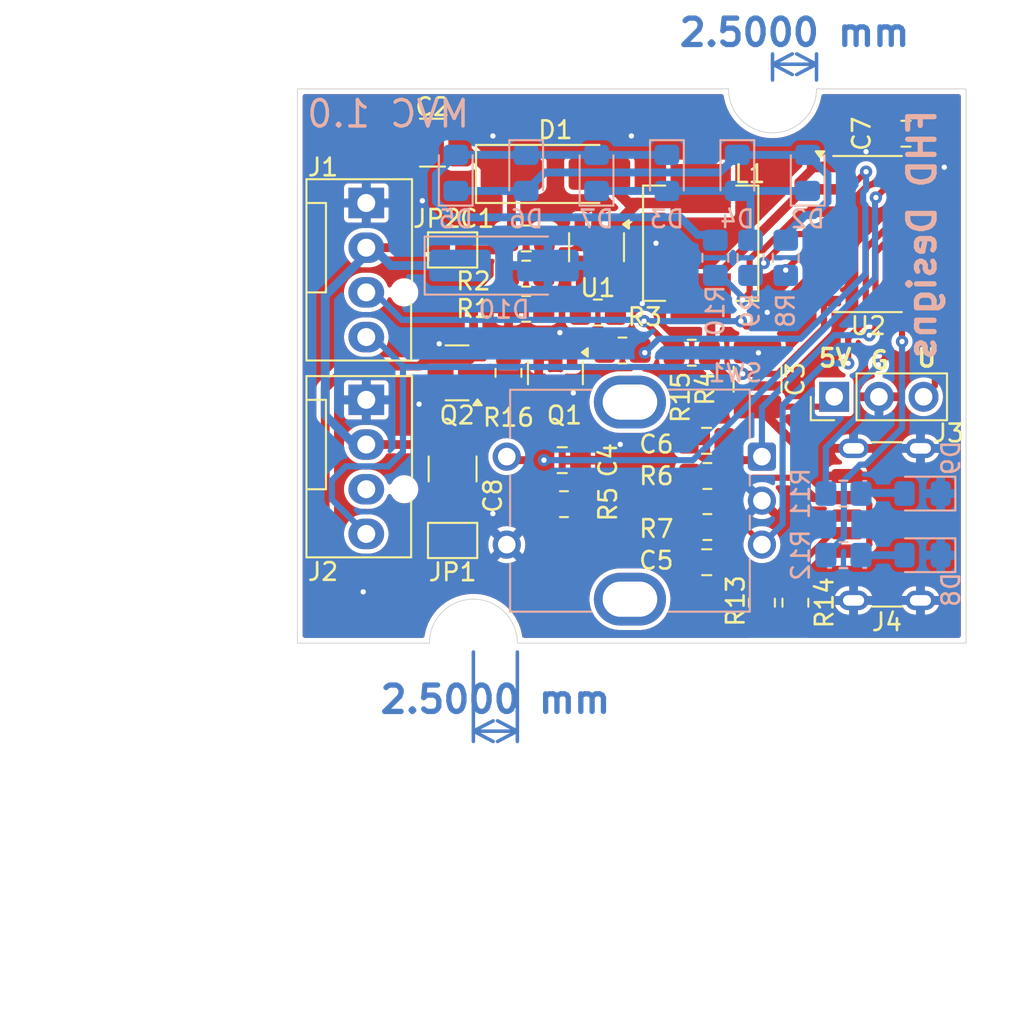
<source format=kicad_pcb>
(kicad_pcb (version 20240108) (generator "pcbnew") (generator_version "8.0")
  (layers (0 "F.Cu" signal) (31 "B.Cu" signal) (34 "B.Paste" user) (35 "F.Paste" user) (36 "B.SilkS" user "B.Silkscreen") (37 "F.SilkS" user "F.Silkscreen") (38 "B.Mask" user) (39 "F.Mask" user) (44 "Edge.Cuts" user))
  (net 0 "")
  (net 1 "GND")
  (net 2 "ENC")
  (net 3 "INT")
  (net 4 "SW1")
  (net 5 "+5V")
  (net 6 "FAN")
  (net 7 "PWM")
  (net 8 "TAC")
  (net 9 "Net-(D3-K)")
  (net 10 "Net-(D9-A)")
  (net 11 "FAN_E")
  (net 12 "Net-(J3-Pin_3)")
  (net 13 "Net-(D1-A)")
  (net 14 "Net-(D2-A)")
  (net 15 "Net-(U1-FB)")
  (net 16 "Net-(D2-K)")
  (net 17 "Net-(D8-A)")
  (net 19 "Net-(U2-PA7)")
  (net 20 "Net-(U2-PA6)")
  (net 21 "Net-(U2-PA5)")
  (net 22 "Net-(U2-PB0)")
  (net 23 "Net-(U2-PB1)")
  (net 24 "Net-(J4-CC1)")
  (net 25 "Net-(J4-CC2)")
  (net 26 "+12V")
  (net 27 "Net-(Q1-B)")
  (net 28 "Net-(Q1-C)")
  (net 29 "Net-(U1-EN)")
  (footprint "Resistor_SMD:R_0805_2012Metric_Pad1.20x1.40mm_HandSolder" (layer "F.Cu") (at 168.91 86.995 180)
    (property "Reference" "R4" (at -0.762 -2.032 -90) (layer "F.SilkS"))
    (property "Value" "2k")
    (pad "1" smd roundrect (at -1 0 180) (size 1.2 1.4) (layers "F.Cu" "F.Paste" "F.Mask") (roundrect_rratio 0.208333) (net 5 "+5V"))
    (pad "2" smd roundrect (at 1 0 180) (size 1.2 1.4) (layers "F.Cu" "F.Paste" "F.Mask") (roundrect_rratio 0.208333) (net 8 "TAC"))
  )
  (footprint "Package_TO_SOT_SMD:SOT-23-5" (layer "F.Cu") (at 163.5 81 -90)
    (property "Reference" "U1" (at 2.312 -0.076 0) (layer "F.SilkS"))
    (property "Value" "LMR62421XMF")
    (pad "1" smd roundrect (at -1.1375 -0.95 270) (size 1.325 0.6) (layers "F.Cu" "F.Paste" "F.Mask") (net 13 "Net-(D1-A)"))
    (pad "2" smd roundrect (at -1.1375 0 270) (size 1.325 0.6) (layers "F.Cu" "F.Paste" "F.Mask") (net 1 "GND"))
    (pad "3" smd roundrect (at -1.1375 0.95 270) (size 1.325 0.6) (layers "F.Cu" "F.Paste" "F.Mask") (net 15 "Net-(U1-FB)"))
    (pad "4" smd roundrect (at 1.1375 0.95 270) (size 1.325 0.6) (layers "F.Cu" "F.Paste" "F.Mask") (net 29 "Net-(U1-EN)"))
    (pad "5" smd roundrect (at 1.1375 -0.95 270) (size 1.325 0.6) (layers "F.Cu" "F.Paste" "F.Mask") (net 5 "+5V"))
  )
  (footprint "Connector_PinHeader_2.54mm:PinHeader_1x03_P2.54mm_Vertical" (layer "F.Cu") (at 177.005 89.5 90)
    (property "Reference" "J3" (at -2.067 6.51 180) (layer "F.SilkS"))
    (property "Value" "Conn_01x03")
    (pad "1" thru_hole rect (at 0 0 90) (size 1.7 1.7) (drill 1) (layers "*.Cu" "*.Mask") (net 5 "+5V"))
    (pad "2" thru_hole oval (at 0 2.54 90) (size 1.7 1.7) (drill 1) (layers "*.Cu" "*.Mask") (net 1 "GND"))
    (pad "3" thru_hole oval (at 0 5.08 90) (size 1.7 1.7) (drill 1) (layers "*.Cu" "*.Mask") (net 12 "Net-(J3-Pin_3)"))
  )
  (footprint "Connector:FanPinHeader_1x04_P2.54mm_Vertical" (layer "F.Cu") (at 150.414 89.672 -90)
    (property "Reference" "J2" (at 9.769 2.459 180) (layer "F.SilkS"))
    (property "Value" "Conn_01x04_Pin")
    (pad "" np_thru_hole circle (at 5.08 -2.16) (size 1.1 1.1) (drill 1.1) (layers "*.Cu" "*.Mask"))
    (pad "1" thru_hole rect (at 0 0) (size 2.03 1.73) (drill 1.02) (layers "*.Cu" "*.Mask") (net 1 "GND"))
    (pad "2" thru_hole oval (at 2.54 0) (size 2.03 1.73) (drill 1.02) (layers "*.Cu" "*.Mask") (net 6 "FAN"))
    (pad "3" thru_hole oval (at 5.08 0) (size 2.03 1.73) (drill 1.02) (layers "*.Cu" "*.Mask"))
    (pad "4" thru_hole oval (at 7.62 0) (size 2.03 1.73) (drill 1.02) (layers "*.Cu" "*.Mask") (net 7 "PWM"))
  )
  (footprint "Connector_USB:USB_C_Receptacle_GCT_USB4125-xx-x_6P_TopMnt_Horizontal" (layer "F.Cu") (at 181.105 96.75 90)
    (property "Reference" "J4" (at -5.55 -1.105 0) (layer "F.SilkS"))
    (property "Value" "USB_C_Receptacle_PowerOnly_6P")
    (pad "A5" smd roundrect (at -0.5 -3.365 90) (size 0.7 1.77) (layers "F.Cu" "F.Paste" "F.Mask") (net 24 "Net-(J4-CC1)"))
    (pad "A9" smd roundrect (at 1.52 -3.365 270) (size 0.76 1.77) (layers "F.Cu" "F.Paste" "F.Mask") (net 5 "+5V"))
    (pad "A12" smd roundrect (at 2.75 -3.365 270) (size 0.8 1.77) (layers "F.Cu" "F.Paste" "F.Mask") (net 1 "GND"))
    (pad "B5" smd roundrect (at 0.5 -3.365 270) (size 0.7 1.77) (layers "F.Cu" "F.Paste" "F.Mask") (net 25 "Net-(J4-CC2)"))
    (pad "B9" smd roundrect (at -1.52 -3.365 90) (size 0.76 1.77) (layers "F.Cu" "F.Paste" "F.Mask") (net 5 "+5V"))
    (pad "B12" smd roundrect (at -2.75 -3.365 90) (size 0.8 1.77) (layers "F.Cu" "F.Paste" "F.Mask") (net 1 "GND"))
    (pad "S1" thru_hole oval (at -4.32 -3 90) (size 1.1 1.7) (drill oval 0.6 1.2) (layers "*.Cu" "*.Mask" "F.Paste") (net 1 "GND"))
    (pad "S1" thru_hole oval (at -4.32 0.8 90) (size 1.1 1.7) (drill oval 0.6 1.2) (layers "*.Cu" "*.Mask" "F.Paste") (net 1 "GND"))
    (pad "S1" thru_hole oval (at 4.32 -3 90) (size 1.1 1.7) (drill oval 0.6 1.2) (layers "*.Cu" "*.Mask" "F.Paste") (net 1 "GND"))
    (pad "S1" thru_hole oval (at 4.32 0.8 90) (size 1.1 1.7) (drill oval 0.6 1.2) (layers "*.Cu" "*.Mask" "F.Paste") (net 1 "GND"))
  )
  (footprint "Resistor_SMD:R_0805_2012Metric_Pad1.20x1.40mm_HandSolder" (layer "F.Cu") (at 174.8 101.2 -90)
    (property "Reference" "R14" (at 0 -1.65 90) (layer "F.SilkS"))
    (property "Value" "R")
    (pad "1" smd roundrect (at -1 0 270) (size 1.2 1.4) (layers "F.Cu" "F.Paste" "F.Mask") (roundrect_rratio 0.208333) (net 24 "Net-(J4-CC1)"))
    (pad "2" smd roundrect (at 1 0 270) (size 1.2 1.4) (layers "F.Cu" "F.Paste" "F.Mask") (roundrect_rratio 0.208333) (net 1 "GND"))
  )
  (footprint "Connector:FanPinHeader_1x04_P2.54mm_Vertical" (layer "F.Cu") (at 150.414 78.485 -90)
    (property "Reference" "J1" (at -2.031 2.459 180) (layer "F.SilkS"))
    (property "Value" "Conn_01x04_Pin")
    (pad "" np_thru_hole circle (at 5.08 -2.16) (size 1.1 1.1) (drill 1.1) (layers "*.Cu" "*.Mask"))
    (pad "1" thru_hole rect (at 0 0) (size 2.03 1.73) (drill 1.02) (layers "*.Cu" "*.Mask") (net 1 "GND"))
    (pad "2" thru_hole oval (at 2.54 0) (size 2.03 1.73) (drill 1.02) (layers "*.Cu" "*.Mask") (net 6 "FAN"))
    (pad "3" thru_hole oval (at 5.08 0) (size 2.03 1.73) (drill 1.02) (layers "*.Cu" "*.Mask") (net 8 "TAC"))
    (pad "4" thru_hole oval (at 7.62 0) (size 2.03 1.73) (drill 1.02) (layers "*.Cu" "*.Mask") (net 7 "PWM"))
  )
  (footprint "Capacitor_SMD:C_0805_2012Metric_Pad1.18x1.45mm_HandSolder" (layer "F.Cu") (at 169.76085 98.9 180)
    (property "Reference" "C5" (at 2.864166 0.1 0) (layer "F.SilkS"))
    (property "Value" "100n")
    (pad "1" smd roundrect (at -1.0375 0 180) (size 1.175 1.45) (layers "F.Cu" "F.Paste" "F.Mask") (roundrect_rratio 0.212766) (net 2 "ENC"))
    (pad "2" smd roundrect (at 1.0375 0 180) (size 1.175 1.45) (layers "F.Cu" "F.Paste" "F.Mask") (roundrect_rratio 0.212766) (net 1 "GND"))
  )
  (footprint "Resistor_SMD:R_0805_2012Metric_Pad1.20x1.40mm_HandSolder" (layer "F.Cu") (at 161.64835 95.6 180)
    (property "Reference" "R5" (at -2.5 0 90) (layer "F.SilkS"))
    (property "Value" "5k")
    (pad "1" smd roundrect (at -1 0 180) (size 1.2 1.4) (layers "F.Cu" "F.Paste" "F.Mask") (roundrect_rratio 0.208333) (net 5 "+5V"))
    (pad "2" smd roundrect (at 1 0 180) (size 1.2 1.4) (layers "F.Cu" "F.Paste" "F.Mask") (roundrect_rratio 0.208333) (net 4 "SW1"))
  )
  (footprint "Resistor_SMD:R_0805_2012Metric_Pad1.20x1.40mm_HandSolder" (layer "F.Cu") (at 159.5 84.5 180)
    (property "Reference" "R1" (at 3 0 0) (layer "F.SilkS"))
    (property "Value" "10.2k")
    (pad "1" smd roundrect (at -1 0 180) (size 1.2 1.4) (layers "F.Cu" "F.Paste" "F.Mask") (roundrect_rratio 0.208333) (net 15 "Net-(U1-FB)"))
    (pad "2" smd roundrect (at 1 0 180) (size 1.2 1.4) (layers "F.Cu" "F.Paste" "F.Mask") (roundrect_rratio 0.208333) (net 1 "GND"))
  )
  (footprint "Capacitor_SMD:C_1210_3225Metric_Pad1.33x2.70mm_HandSolder" (layer "F.Cu") (at 155.321 93.599 -90)
    (property "Reference" "C8" (at 1.524 -2.286 90) (layer "F.SilkS"))
    (property "Value" "10uf")
    (pad "1" smd roundrect (at -1.5625 0 270) (size 1.325 2.7) (layers "F.Cu" "F.Paste" "F.Mask") (roundrect_rratio 0.188679) (net 6 "FAN"))
    (pad "2" smd roundrect (at 1.5625 0 270) (size 1.325 2.7) (layers "F.Cu" "F.Paste" "F.Mask") (roundrect_rratio 0.188679) (net 1 "GND"))
  )
  (footprint "Inductor_SMD:L_Vishay_IHLP-2525" (layer "F.Cu") (at 169.418 80.772 90)
    (property "Reference" "L1" (at 3.937 2.794 180) (layer "F.SilkS"))
    (property "Value" "IHML2525 6R8")
    (pad "1" smd rect (at -3.10725 0 90) (size 2.7855 3.429) (layers "F.Cu" "F.Paste" "F.Mask") (net 5 "+5V"))
    (pad "2" smd rect (at 3.10725 0 90) (size 2.7855 3.429) (layers "F.Cu" "F.Paste" "F.Mask") (net 13 "Net-(D1-A)"))
  )
  (footprint "Capacitor_SMD:C_0805_2012Metric_Pad1.18x1.45mm_HandSolder" (layer "F.Cu") (at 161.54835 93.1)
    (property "Reference" "C4" (at 2.6 0 90) (layer "F.SilkS"))
    (property "Value" "100n")
    (pad "1" smd roundrect (at -1.0375 0) (size 1.175 1.45) (layers "F.Cu" "F.Paste" "F.Mask") (roundrect_rratio 0.212766) (net 4 "SW1"))
    (pad "2" smd roundrect (at 1.0375 0) (size 1.175 1.45) (layers "F.Cu" "F.Paste" "F.Mask") (roundrect_rratio 0.212766) (net 1 "GND"))
  )
  (footprint "Resistor_SMD:R_0805_2012Metric_Pad1.20x1.40mm_HandSolder" (layer "F.Cu") (at 159.5 82.5)
    (property "Reference" "R2" (at -3 0.431 0) (layer "F.SilkS"))
    (property "Value" "86.6k")
    (pad "1" smd roundrect (at -1 0) (size 1.2 1.4) (layers "F.Cu" "F.Paste" "F.Mask") (roundrect_rratio 0.208333) (net 26 "+12V"))
    (pad "2" smd roundrect (at 1 0) (size 1.2 1.4) (layers "F.Cu" "F.Paste" "F.Mask") (roundrect_rratio 0.208333) (net 15 "Net-(U1-FB)"))
  )
  (footprint "Capacitor_SMD:C_1210_3225Metric_Pad1.33x2.70mm_HandSolder" (layer "F.Cu") (at 172.64835 88.5 90)
    (property "Reference" "C3" (at 0 2.15165 90) (layer "F.SilkS"))
    (property "Value" "10uf")
    (pad "1" smd roundrect (at -1.5625 0 90) (size 1.325 2.7) (layers "F.Cu" "F.Paste" "F.Mask") (roundrect_rratio 0.188679) (net 5 "+5V"))
    (pad "2" smd roundrect (at 1.5625 0 90) (size 1.325 2.7) (layers "F.Cu" "F.Paste" "F.Mask") (roundrect_rratio 0.188679) (net 1 "GND"))
  )
  (footprint "Capacitor_SMD:C_0805_2012Metric_Pad1.18x1.45mm_HandSolder" (layer "F.Cu") (at 181.0805 74.549)
    (property "Reference" "C7" (at -2.5185 0 90) (layer "F.SilkS"))
    (property "Value" "100n")
    (pad "1" smd roundrect (at -1.0375 0) (size 1.175 1.45) (layers "F.Cu" "F.Paste" "F.Mask") (roundrect_rratio 0.212766) (net 5 "+5V"))
    (pad "2" smd roundrect (at 1.0375 0) (size 1.175 1.45) (layers "F.Cu" "F.Paste" "F.Mask") (roundrect_rratio 0.212766) (net 1 "GND"))
  )
  (footprint "Resistor_SMD:R_0805_2012Metric_Pad1.20x1.40mm_HandSolder" (layer "F.Cu") (at 169.79835 94)
    (property "Reference" "R6" (at -2.89835 0 0) (layer "F.SilkS"))
    (property "Value" "5k")
    (pad "1" smd roundrect (at -1 0) (size 1.2 1.4) (layers "F.Cu" "F.Paste" "F.Mask") (roundrect_rratio 0.208333) (net 5 "+5V"))
    (pad "2" smd roundrect (at 1 0) (size 1.2 1.4) (layers "F.Cu" "F.Paste" "F.Mask") (roundrect_rratio 0.208333) (net 3 "INT"))
  )
  (footprint "Package_TO_SOT_SMD:SOT-23" (layer "F.Cu") (at 161.163 88.138 -90)
    (property "Reference" "Q1" (at 2.413 -0.508 180) (layer "F.SilkS"))
    (property "Value" "BC848")
    (pad "1" smd roundrect (at -0.9375 -0.95 270) (size 1.475 0.6) (layers "F.Cu" "F.Paste" "F.Mask") (net 27 "Net-(Q1-B)"))
    (pad "2" smd roundrect (at -0.9375 0.95 270) (size 1.475 0.6) (layers "F.Cu" "F.Paste" "F.Mask") (net 1 "GND"))
    (pad "3" smd roundrect (at 0.9375 0 270) (size 1.475 0.6) (layers "F.Cu" "F.Paste" "F.Mask") (net 28 "Net-(Q1-C)"))
  )
  (footprint "Resistor_SMD:R_0805_2012Metric_Pad1.20x1.40mm_HandSolder" (layer "F.Cu") (at 172.9 101.2 -90)
    (property "Reference" "R13" (at -0.1 1.5 90) (layer "F.SilkS"))
    (property "Value" "R")
    (pad "1" smd roundrect (at -1 0 270) (size 1.2 1.4) (layers "F.Cu" "F.Paste" "F.Mask") (roundrect_rratio 0.208333) (net 25 "Net-(J4-CC2)"))
    (pad "2" smd roundrect (at 1 0 270) (size 1.2 1.4) (layers "F.Cu" "F.Paste" "F.Mask") (roundrect_rratio 0.208333) (net 1 "GND"))
  )
  (footprint "Diode_SMD:D_SMA_Handsoldering" (layer "F.Cu") (at 161.163 76.835)
    (property "Reference" "D1" (at 0 -2.5 0) (layer "F.SilkS"))
    (property "Value" "RSX201L")
    (pad "1" smd roundrect (at -2.5 0) (size 3.5 1.8) (layers "F.Cu" "F.Paste" "F.Mask") (roundrect_rratio 0.1388888889) (net 26 "+12V"))
    (pad "2" smd roundrect (at 2.5 0) (size 3.5 1.8) (layers "F.Cu" "F.Paste" "F.Mask") (roundrect_rratio 0.1388888889) (net 13 "Net-(D1-A)"))
  )
  (footprint "Resistor_SMD:R_0805_2012Metric_Pad1.20x1.40mm_HandSolder" (layer "F.Cu") (at 158.496 88.138 -90)
    (property "Reference" "R16" (at 2.54 0 180) (layer "F.SilkS"))
    (property "Value" "2k")
    (pad "1" smd roundrect (at -1 0 270) (size 1.2 1.4) (layers "F.Cu" "F.Paste" "F.Mask") (roundrect_rratio 0.208333) (net 26 "+12V"))
    (pad "2" smd roundrect (at 1 0 270) (size 1.2 1.4) (layers "F.Cu" "F.Paste" "F.Mask") (roundrect_rratio 0.208333) (net 28 "Net-(Q1-C)"))
  )
  (footprint "Jumper:SolderJumper-2_P1.3mm_Open_Pad1.0x1.5mm" (layer "F.Cu") (at 155.321 81.153 180)
    (property "Reference" "JP2" (at 0.889 1.778 0) (layer "F.SilkS"))
    (property "Value" "Bypass")
    (pad "1" smd rect (at -0.65 0 180) (size 1 1.5) (layers "F.Cu" "F.Mask") (net 26 "+12V"))
    (pad "2" smd rect (at 0.65 0 180) (size 1 1.5) (layers "F.Cu" "F.Mask") (net 6 "FAN"))
  )
  (footprint "Package_SO:SOIC-14_3.9x8.7mm_P1.27mm" (layer "F.Cu") (at 178.9 80.25)
    (property "Reference" "U2" (at 0.043 5.221 0) (layer "F.SilkS"))
    (property "Value" "ATtiny214-SS")
    (pad "1" smd roundrect (at -2.475 -3.81) (size 1.95 0.6) (layers "F.Cu" "F.Paste" "F.Mask") (net 5 "+5V"))
    (pad "2" smd roundrect (at -2.475 -2.54) (size 1.95 0.6) (layers "F.Cu" "F.Paste" "F.Mask") (net 11 "FAN_E"))
    (pad "3" smd roundrect (at -2.475 -1.27) (size 1.95 0.6) (layers "F.Cu" "F.Paste" "F.Mask") (net 21 "Net-(U2-PA5)"))
    (pad "4" smd roundrect (at -2.475 0) (size 1.95 0.6) (layers "F.Cu" "F.Paste" "F.Mask") (net 20 "Net-(U2-PA6)"))
    (pad "5" smd roundrect (at -2.475 1.27) (size 1.95 0.6) (layers "F.Cu" "F.Paste" "F.Mask") (net 19 "Net-(U2-PA7)"))
    (pad "6" smd roundrect (at -2.475 2.54) (size 1.95 0.6) (layers "F.Cu" "F.Paste" "F.Mask") (net 8 "TAC"))
    (pad "7" smd roundrect (at -2.475 3.81) (size 1.95 0.6) (layers "F.Cu" "F.Paste" "F.Mask") (net 7 "PWM"))
    (pad "8" smd roundrect (at 2.475 3.81) (size 1.95 0.6) (layers "F.Cu" "F.Paste" "F.Mask") (net 23 "Net-(U2-PB1)"))
    (pad "9" smd roundrect (at 2.475 2.54) (size 1.95 0.6) (layers "F.Cu" "F.Paste" "F.Mask") (net 22 "Net-(U2-PB0)"))
    (pad "10" smd roundrect (at 2.475 1.27) (size 1.95 0.6) (layers "F.Cu" "F.Paste" "F.Mask") (net 12 "Net-(J3-Pin_3)"))
    (pad "11" smd roundrect (at 2.475 0) (size 1.95 0.6) (layers "F.Cu" "F.Paste" "F.Mask") (net 3 "INT"))
    (pad "12" smd roundrect (at 2.475 -1.27) (size 1.95 0.6) (layers "F.Cu" "F.Paste" "F.Mask") (net 2 "ENC"))
    (pad "13" smd roundrect (at 2.475 -2.54) (size 1.95 0.6) (layers "F.Cu" "F.Paste" "F.Mask") (net 4 "SW1"))
    (pad "14" smd roundrect (at 2.475 -3.81) (size 1.95 0.6) (layers "F.Cu" "F.Paste" "F.Mask") (net 1 "GND"))
  )
  (footprint "Capacitor_SMD:C_0805_2012Metric_Pad1.18x1.45mm_HandSolder" (layer "F.Cu") (at 159.5 80.5)
    (property "Reference" "C1" (at -2.782 -1.125 0) (layer "F.SilkS"))
    (property "Value" "220pf")
    (pad "1" smd roundrect (at -1.0375 0) (size 1.175 1.45) (layers "F.Cu" "F.Paste" "F.Mask") (roundrect_rratio 0.212766) (net 26 "+12V"))
    (pad "2" smd roundrect (at 1.0375 0) (size 1.175 1.45) (layers "F.Cu" "F.Paste" "F.Mask") (roundrect_rratio 0.212766) (net 15 "Net-(U1-FB)"))
  )
  (footprint "Capacitor_SMD:C_0805_2012Metric_Pad1.18x1.45mm_HandSolder" (layer "F.Cu") (at 169.75 92 180)
    (property "Reference" "C6" (at 2.85 -0.2 0) (layer "F.SilkS"))
    (property "Value" "100n")
    (pad "1" smd roundrect (at -1.0375 0 180) (size 1.175 1.45) (layers "F.Cu" "F.Paste" "F.Mask") (roundrect_rratio 0.212766) (net 3 "INT"))
    (pad "2" smd roundrect (at 1.0375 0 180) (size 1.175 1.45) (layers "F.Cu" "F.Paste" "F.Mask") (roundrect_rratio 0.212766) (net 1 "GND"))
  )
  (footprint "Jumper:SolderJumper-2_P1.3mm_Open_Pad1.0x1.5mm" (layer "F.Cu") (at 155.321 97.663 180)
    (property "Reference" "JP1" (at 0 -1.8 0) (layer "F.SilkS"))
    (property "Value" "Bypass")
    (pad "1" smd rect (at -0.65 0 180) (size 1 1.5) (layers "F.Cu" "F.Mask") (net 5 "+5V"))
    (pad "2" smd rect (at 0.65 0 180) (size 1 1.5) (layers "F.Cu" "F.Mask") (net 26 "+12V"))
  )
  (footprint "Capacitor_SMD:C_1210_3225Metric_Pad1.33x2.70mm_HandSolder" (layer "F.Cu") (at 154.178 75.057 180)
    (property "Reference" "C2" (at 0 2.032 0) (layer "F.SilkS"))
    (property "Value" "10uf")
    (pad "1" smd roundrect (at -1.5625 0 180) (size 1.325 2.7) (layers "F.Cu" "F.Paste" "F.Mask") (roundrect_rratio 0.188679) (net 26 "+12V"))
    (pad "2" smd roundrect (at 1.5625 0 180) (size 1.325 2.7) (layers "F.Cu" "F.Paste" "F.Mask") (roundrect_rratio 0.188679) (net 1 "GND"))
  )
  (footprint "Resistor_SMD:R_0805_2012Metric_Pad1.20x1.40mm_HandSolder" (layer "F.Cu") (at 164.973 86.868 180)
    (property "Reference" "R15" (at -3.302 -2.667 90) (layer "F.SilkS"))
    (property "Value" "2k")
    (pad "1" smd roundrect (at -1 0 180) (size 1.2 1.4) (layers "F.Cu" "F.Paste" "F.Mask") (roundrect_rratio 0.208333) (net 11 "FAN_E"))
    (pad "2" smd roundrect (at 1 0 180) (size 1.2 1.4) (layers "F.Cu" "F.Paste" "F.Mask") (roundrect_rratio 0.208333) (net 27 "Net-(Q1-B)"))
  )
  (footprint "Package_TO_SOT_SMD:SOT-23" (layer "F.Cu") (at 155.575 88.138 180)
    (property "Reference" "Q2" (at 0 -2.413 0) (layer "F.SilkS"))
    (property "Value" "Q_PMOS_GSD")
    (pad "1" smd roundrect (at -0.9375 -0.95 180) (size 1.475 0.6) (layers "F.Cu" "F.Paste" "F.Mask") (net 28 "Net-(Q1-C)"))
    (pad "2" smd roundrect (at -0.9375 0.95 180) (size 1.475 0.6) (layers "F.Cu" "F.Paste" "F.Mask") (net 26 "+12V"))
    (pad "3" smd roundrect (at 0.9375 0 180) (size 1.475 0.6) (layers "F.Cu" "F.Paste" "F.Mask") (net 6 "FAN"))
  )
  (footprint "Resistor_SMD:R_0805_2012Metric_Pad1.20x1.40mm_HandSolder" (layer "F.Cu") (at 163.576 84.709 180)
    (property "Reference" "R3" (at -2.667 -0.254 180) (layer "F.SilkS"))
    (property "Value" "10k")
    (pad "1" smd roundrect (at -1 0 180) (size 1.2 1.4) (layers "F.Cu" "F.Paste" "F.Mask") (roundrect_rratio 0.208333) (net 5 "+5V"))
    (pad "2" smd roundrect (at 1 0 180) (size 1.2 1.4) (layers "F.Cu" "F.Paste" "F.Mask") (roundrect_rratio 0.208333) (net 29 "Net-(U1-EN)"))
  )
  (footprint "Resistor_SMD:R_0805_2012Metric_Pad1.20x1.40mm_HandSolder" (layer "F.Cu") (at 169.79835 96.9)
    (property "Reference" "R7" (at -2.89835 0.1 0) (layer "F.SilkS"))
    (property "Value" "5k")
    (pad "1" smd roundrect (at -1 0) (size 1.2 1.4) (layers "F.Cu" "F.Paste" "F.Mask") (roundrect_rratio 0.208333) (net 5 "+5V"))
    (pad "2" smd roundrect (at 1 0) (size 1.2 1.4) (layers "F.Cu" "F.Paste" "F.Mask") (roundrect_rratio 0.208333) (net 2 "ENC"))
  )
  (footprint "LED_SMD:LED_0805_2012Metric_Pad1.15x1.40mm_HandSolder" (layer "B.Cu") (at 175.5 76.775 90)
    (property "Reference" "D2" (at -2.625 0 0) (layer "B.SilkS") (effects (justify mirror)))
    (property "Value" "LED")
    (pad "1" smd roundrect (at -1.025 0 90) (size 1.15 1.4) (layers "B.Cu" "B.Paste" "B.Mask") (roundrect_rratio 0.217391) (net 16 "Net-(D2-K)"))
    (pad "2" smd roundrect (at 1.025 0 90) (size 1.15 1.4) (layers "B.Cu" "B.Paste" "B.Mask") (roundrect_rratio 0.217391) (net 14 "Net-(D2-A)"))
  )
  (footprint "LED_SMD:LED_0805_2012Metric_Pad1.15x1.40mm_HandSolder" (layer "B.Cu") (at 167.5 76.775 -90)
    (property "Reference" "D3" (at 2.625 0 0) (layer "B.SilkS") (effects (justify mirror)))
    (property "Value" "LED")
    (pad "1" smd roundrect (at -1.025 0 270) (size 1.15 1.4) (layers "B.Cu" "B.Paste" "B.Mask") (roundrect_rratio 0.217391) (net 9 "Net-(D3-K)"))
    (pad "2" smd roundrect (at 1.025 0 270) (size 1.15 1.4) (layers "B.Cu" "B.Paste" "B.Mask") (roundrect_rratio 0.217391) (net 16 "Net-(D2-K)"))
  )
  (footprint "Resistor_SMD:R_0805_2012Metric_Pad1.20x1.40mm_HandSolder" (layer "B.Cu") (at 174.25 81.6 -90)
    (property "Reference" "R8" (at 3 0 90) (layer "B.SilkS") (effects (justify mirror)))
    (property "Value" "R")
    (pad "1" smd roundrect (at -1 0 270) (size 1.2 1.4) (layers "B.Cu" "B.Paste" "B.Mask") (roundrect_rratio 0.208333) (net 14 "Net-(D2-A)"))
    (pad "2" smd roundrect (at 1 0 270) (size 1.2 1.4) (layers "B.Cu" "B.Paste" "B.Mask") (roundrect_rratio 0.208333) (net 19 "Net-(U2-PA7)"))
  )
  (footprint "LED_SMD:LED_0805_2012Metric_Pad1.15x1.40mm_HandSolder" (layer "B.Cu") (at 155.5 76.775 90)
    (property "Reference" "D5" (at -2.625 0 0) (layer "B.SilkS") (effects (justify mirror)))
    (property "Value" "LED")
    (pad "1" smd roundrect (at -1.025 0 90) (size 1.15 1.4) (layers "B.Cu" "B.Paste" "B.Mask") (roundrect_rratio 0.217391) (net 14 "Net-(D2-A)"))
    (pad "2" smd roundrect (at 1.025 0 90) (size 1.15 1.4) (layers "B.Cu" "B.Paste" "B.Mask") (roundrect_rratio 0.217391) (net 9 "Net-(D3-K)"))
  )
  (footprint "LED_SMD:LED_0805_2012Metric_Pad1.15x1.40mm_HandSolder" (layer "B.Cu") (at 182.03 98.5 180)
    (property "Reference" "D8" (at -1.612 -1.957 -90) (layer "B.SilkS") (effects (justify mirror)))
    (property "Value" "LED")
    (pad "1" smd roundrect (at -1.025 0 180) (size 1.15 1.4) (layers "B.Cu" "B.Paste" "B.Mask") (roundrect_rratio 0.217391) (net 1 "GND"))
    (pad "2" smd roundrect (at 1.025 0 180) (size 1.15 1.4) (layers "B.Cu" "B.Paste" "B.Mask") (roundrect_rratio 0.217391) (net 17 "Net-(D8-A)"))
  )
  (footprint "Diode_SMD:D_SMA_Handsoldering" (layer "B.Cu") (at 158.242 82.042)
    (property "Reference" "D10" (at 0 2.5 0) (layer "B.SilkS") (effects (justify mirror)))
    (property "Value" "RSX201L")
    (pad "1" smd roundrect (at -2.5 0) (size 3.5 1.8) (layers "B.Cu" "B.Paste" "B.Mask") (roundrect_rratio 0.1388888889) (net 6 "FAN"))
    (pad "2" smd roundrect (at 2.5 0) (size 3.5 1.8) (layers "B.Cu" "B.Paste" "B.Mask") (roundrect_rratio 0.1388888889) (net 1 "GND"))
  )
  (footprint "Resistor_SMD:R_0805_2012Metric_Pad1.20x1.40mm_HandSolder" (layer "B.Cu") (at 177.53 95)
    (property "Reference" "R11" (at -2.43 0 90) (layer "B.SilkS") (effects (justify mirror)))
    (property "Value" "R")
    (pad "1" smd roundrect (at -1 0) (size 1.2 1.4) (layers "B.Cu" "B.Paste" "B.Mask") (roundrect_rratio 0.208333) (net 22 "Net-(U2-PB0)"))
    (pad "2" smd roundrect (at 1 0) (size 1.2 1.4) (layers "B.Cu" "B.Paste" "B.Mask") (roundrect_rratio 0.208333) (net 10 "Net-(D9-A)"))
  )
  (footprint "Resistor_SMD:R_0805_2012Metric_Pad1.20x1.40mm_HandSolder" (layer "B.Cu") (at 172.25 81.6 -90)
    (property "Reference" "R9" (at 3 0 90) (layer "B.SilkS") (effects (justify mirror)))
    (property "Value" "R")
    (pad "1" smd roundrect (at -1 0 270) (size 1.2 1.4) (layers "B.Cu" "B.Paste" "B.Mask") (roundrect_rratio 0.208333) (net 16 "Net-(D2-K)"))
    (pad "2" smd roundrect (at 1 0 270) (size 1.2 1.4) (layers "B.Cu" "B.Paste" "B.Mask") (roundrect_rratio 0.208333) (net 20 "Net-(U2-PA6)"))
  )
  (footprint "Resistor_SMD:R_0805_2012Metric_Pad1.20x1.40mm_HandSolder" (layer "B.Cu") (at 177.53 98.5)
    (property "Reference" "R12" (at -2.43 0 90) (layer "B.SilkS") (effects (justify mirror)))
    (property "Value" "R")
    (pad "1" smd roundrect (at -1 0) (size 1.2 1.4) (layers "B.Cu" "B.Paste" "B.Mask") (roundrect_rratio 0.208333) (net 23 "Net-(U2-PB1)"))
    (pad "2" smd roundrect (at 1 0) (size 1.2 1.4) (layers "B.Cu" "B.Paste" "B.Mask") (roundrect_rratio 0.208333) (net 17 "Net-(D8-A)"))
  )
  (footprint "LED_SMD:LED_0805_2012Metric_Pad1.15x1.40mm_HandSolder" (layer "B.Cu") (at 182.03 95 180)
    (property "Reference" "D9" (at -1.612 2.036 90) (layer "B.SilkS") (effects (justify mirror)))
    (property "Value" "LED")
    (pad "1" smd roundrect (at -1.025 0 180) (size 1.15 1.4) (layers "B.Cu" "B.Paste" "B.Mask") (roundrect_rratio 0.217391) (net 1 "GND"))
    (pad "2" smd roundrect (at 1.025 0 180) (size 1.15 1.4) (layers "B.Cu" "B.Paste" "B.Mask") (roundrect_rratio 0.217391) (net 10 "Net-(D9-A)"))
  )
  (footprint "Resistor_SMD:R_0805_2012Metric_Pad1.20x1.40mm_HandSolder" (layer "B.Cu") (at 170.25 81.6 -90)
    (property "Reference" "R10" (at 3 0 90) (layer "B.SilkS") (effects (justify mirror)))
    (property "Value" "R")
    (pad "1" smd roundrect (at -1 0 270) (size 1.2 1.4) (layers "B.Cu" "B.Paste" "B.Mask") (roundrect_rratio 0.208333) (net 9 "Net-(D3-K)"))
    (pad "2" smd roundrect (at 1 0 270) (size 1.2 1.4) (layers "B.Cu" "B.Paste" "B.Mask") (roundrect_rratio 0.208333) (net 21 "Net-(U2-PA5)"))
  )
  (footprint "LED_SMD:LED_0805_2012Metric_Pad1.15x1.40mm_HandSolder" (layer "B.Cu") (at 171.5 76.775 -90)
    (property "Reference" "D4" (at 2.625 0 0) (layer "B.SilkS") (effects (justify mirror)))
    (property "Value" "LED")
    (pad "1" smd roundrect (at -1.025 0 270) (size 1.15 1.4) (layers "B.Cu" "B.Paste" "B.Mask") (roundrect_rratio 0.217391) (net 14 "Net-(D2-A)"))
    (pad "2" smd roundrect (at 1.025 0 270) (size 1.15 1.4) (layers "B.Cu" "B.Paste" "B.Mask") (roundrect_rratio 0.217391) (net 16 "Net-(D2-K)"))
  )
  (footprint "LED_SMD:LED_0805_2012Metric_Pad1.15x1.40mm_HandSolder" (layer "B.Cu") (at 159.5 76.775 -90)
    (property "Reference" "D6" (at 2.625 0 0) (layer "B.SilkS") (effects (justify mirror)))
    (property "Value" "LED")
    (pad "1" smd roundrect (at -1.025 0 270) (size 1.15 1.4) (layers "B.Cu" "B.Paste" "B.Mask") (roundrect_rratio 0.217391) (net 9 "Net-(D3-K)"))
    (pad "2" smd roundrect (at 1.025 0 270) (size 1.15 1.4) (layers "B.Cu" "B.Paste" "B.Mask") (roundrect_rratio 0.217391) (net 14 "Net-(D2-A)"))
  )
  (footprint "Rotary_Encoder:RotaryEncoder_Bourns_Vertical_PEC12R-3x17F-Sxxxx" (layer "B.Cu") (at 172.89835 92.9 180)
    (property "Reference" "SW1" (at 1.5 4.75 0) (layer "B.SilkS") (effects (justify mirror)))
    (property "Value" "RotaryEncoder_Switch_MP")
    (pad "A" thru_hole roundrect (at 0 0 180) (size 1.6 1.6) (drill 1) (layers "*.Cu" "*.Mask") (roundrect_rratio 0.15625) (net 3 "INT"))
    (pad "B" thru_hole circle (at 0 -5 180) (size 1.6 1.6) (drill 1) (layers "*.Cu" "*.Mask") (net 2 "ENC"))
    (pad "C" thru_hole circle (at 0 -2.5 180) (size 1.6 1.6) (drill 1) (layers "*.Cu" "*.Mask") (net 1 "GND"))
    (pad "S1" thru_hole circle (at 14.5 0 180) (size 1.6 1.6) (drill 1) (layers "*.Cu" "*.Mask") (net 4 "SW1"))
    (pad "S2" thru_hole circle (at 14.5 -5 180) (size 1.6 1.6) (drill 1) (layers "*.Cu" "*.Mask") (net 1 "GND"))
    (pad "SH" thru_hole oval (at 7.5 -8.1 180) (size 4.1 3) (drill oval 3.1 2) (layers "*.Cu" "*.Mask"))
    (pad "SH" thru_hole oval (at 7.5 3.1 180) (size 4.1 3) (drill oval 3.1 2) (layers "*.Cu" "*.Mask"))
  )
  (footprint "LED_SMD:LED_0805_2012Metric_Pad1.15x1.40mm_HandSolder" (layer "B.Cu") (at 163.5 76.775 90)
    (property "Reference" "D7" (at -2.625 0 0) (layer "B.SilkS") (effects (justify mirror)))
    (property "Value" "LED")
    (pad "1" smd roundrect (at -1.025 0 90) (size 1.15 1.4) (layers "B.Cu" "B.Paste" "B.Mask") (roundrect_rratio 0.217391) (net 16 "Net-(D2-K)"))
    (pad "2" smd roundrect (at 1.025 0 90) (size 1.15 1.4) (layers "B.Cu" "B.Paste" "B.Mask") (roundrect_rratio 0.217391) (net 9 "Net-(D3-K)"))
  )
  (gr_line (start 146.5 103.5) (end 154 103.5) (stroke (width 0.05)) (layer "Edge.Cuts"))
  (gr_line (start 176 72) (end 184.5 72) (stroke (width 0.05)) (layer "Edge.Cuts"))
  (gr_line (start 159 103.5) (end 184.5 103.5) (stroke (width 0.05)) (layer "Edge.Cuts"))
  (gr_line (start 146.5 72) (end 146.5 103.5) (stroke (width 0.05)) (layer "Edge.Cuts"))
  (gr_arc (start 154 103.5) (mid 156.5 101) (end 159 103.5) (stroke (width 0.05)) (layer "Edge.Cuts"))
  (gr_arc (start 176 72) (mid 173.5 74.5) (end 171 72) (stroke (width 0.05)) (layer "Edge.Cuts"))
  (gr_line (start 171 72) (end 146.5 72) (stroke (width 0.05)) (layer "Edge.Cuts"))
  (gr_line (start 184.5 103.5) (end 184.5 72) (stroke (width 0.05)) (layer "Edge.Cuts"))
  (gr_text "MVC 1.0" (at 156.4 74.3 0) (layer "B.SilkS") (effects (font (size 1.5 1.5) (thickness 0.2)) (justify left bottom mirror)))
  (gr_text "FHD Designs" (at 182.88 73.025 90) (layer "B.SilkS") (effects (font (size 1.5 1.5) (thickness 0.3) (bold yes)) (justify left bottom mirror)))
  (gr_text "U" (at 181.61 87.884 0) (layer "F.SilkS") (effects (font (size 1 1) (thickness 0.2)) (justify left bottom)))
  (gr_text "5V" (at 176.022 87.884 0) (layer "F.SilkS") (effects (font (size 1 1) (thickness 0.2)) (justify left bottom)))
  (gr_text "G\n" (at 178.943 88.011 0) (layer "F.SilkS") (effects (font (size 1 1) (thickness 0.2)) (justify left bottom)))
  (dimension (type aligned) (layer "B.Cu") (pts (xy 156.5 103.5) (xy 159 103.5)) (height 5) (gr_text "2,5000 mm" (at 157.75 106.7 0) (layer "B.Cu") (effects (font (size 1.5 1.5) (thickness 0.3)))) (format (prefix "") (suffix "") (units 3) (units_format 1) (precision 4)) (style (thickness 0.2) (arrow_length 1.27) (text_position_mode 0) (extension_height 0.58642) (extension_offset 0.5) keep_text_aligned))
  (dimension (type aligned) (layer "B.Cu") (pts (xy 173.5 72) (xy 176 72)) (height -1.4) (gr_text "2,5000 mm" (at 174.75 68.8 0) (layer "B.Cu") (effects (font (size 1.5 1.5) (thickness 0.3)))) (format (prefix "") (suffix "") (units 3) (units_format 1) (precision 4)) (style (thickness 0.2) (arrow_length 1.27) (text_position_mode 0) (extension_height 0.58642) (extension_offset 0.5) keep_text_aligned))
  (via (at 157.607 96.139) (size 0.7) (drill 0.3) (layers "F.Cu" "B.Cu") (net 1))
  (via (at 164.846 92.202) (size 0.7) (drill 0.3) (layers "F.Cu" "B.Cu") (net 1))
  (via (at 153.416 89.916) (size 0.7) (drill 0.3) (layers "F.Cu" "B.Cu") (net 1))
  (via (at 161.417 85.852) (size 0.7) (drill 0.3) (layers "F.Cu" "B.Cu") (net 1))
  (via (at 162.179 89.281) (size 0.7) (drill 0.3) (layers "F.Cu" "B.Cu") (net 1))
  (via (at 178.816 75.565) (size 0.7) (drill 0.3) (layers "F.Cu" "B.Cu") (net 1))
  (via (at 165.481 74.676) (size 0.7) (drill 0.3) (layers "F.Cu" "B.Cu") (net 1))
  (via (at 154.559 86.487) (size 0.7) (drill 0.3) (layers "F.Cu" "B.Cu") (net 1))
  (via (at 183.261 76.454) (size 0.7) (drill 0.3) (layers "F.Cu" "B.Cu") (net 1))
  (via (at 153.6 78.359) (size 0.7) (drill 0.3) (layers "F.Cu" "B.Cu") (net 1))
  (via (at 166.878 80.772) (size 0.7) (drill 0.3) (layers "F.Cu" "B.Cu") (net 1))
  (via (at 157.607 74.676) (size 0.7) (drill 0.3) (layers "F.Cu" "B.Cu") (net 1))
  (via (at 166.1 84.2) (size 0.7) (drill 0.3) (layers "F.Cu" "B.Cu") (net 1))
  (via (at 173.2 84.7) (size 0.7) (drill 0.3) (layers "F.Cu" "B.Cu") (net 1))
  (via (at 172.7 87) (size 0.7) (drill 0.3) (layers "F.Cu" "B.Cu") (net 1))
  (via (at 150.241 100.584) (size 0.7) (drill 0.3) (layers "F.Cu" "B.Cu") (net 1))
  (segment (start 180.892184 78.98) (end 180.172183 79.7) (width 0.35) (layer "F.Cu") (net 2))
  (segment (start 177.8 86.174695) (end 177.8 87.6) (width 0.35) (layer "F.Cu") (net 2))
  (segment (start 171.94835 96.9) (end 173.04835 98) (width 0.3) (layer "F.Cu") (net 2))
  (segment (start 170.79835 98.9) (end 170.79835 96.9) (width 0.3) (layer "F.Cu") (net 2))
  (segment (start 181.375 78.98) (end 180.892184 78.98) (width 0.35) (layer "F.Cu") (net 2))
  (segment (start 180.172183 79.7) (end 178.8 81.072183) (width 0.35) (layer "F.Cu") (net 2))
  (segment (start 178.8 85.174695) (end 177.8 86.174695) (width 0.35) (layer "F.Cu") (net 2))
  (segment (start 170.79835 96.9) (end 171.94835 96.9) (width 0.3) (layer "F.Cu") (net 2))
  (segment (start 178.8 81.072183) (end 178.8 85.174695) (width 0.35) (layer "F.Cu") (net 2))
  (via (at 177.8 87.6) (size 0.7) (drill 0.3) (layers "F.Cu" "B.Cu") (net 2))
  (segment (start 174.07335 96.725) (end 172.89835 97.9) (width 0.35) (layer "B.Cu") (net 2))
  (segment (start 176.455 87.6) (end 174.07335 89.98165) (width 0.35) (layer "B.Cu") (net 2))
  (segment (start 177.8 87.6) (end 176.455 87.6) (width 0.35) (layer "B.Cu") (net 2))
  (segment (start 174.07335 89.98165) (end 174.07335 96.725) (width 0.35) (layer "B.Cu") (net 2))
  (segment (start 172.89835 93.1) (end 171.79835 93.1) (width 0.45) (layer "F.Cu") (net 3))
  (segment (start 180.400001 80.25) (end 179.35 81.300001) (width 0.35) (layer "F.Cu") (net 3))
  (segment (start 171.72335 93.175) (end 170.79835 94.1) (width 0.45) (layer "F.Cu") (net 3))
  (segment (start 181.375 80.25) (end 180.400001 80.25) (width 0.35) (layer "F.Cu") (net 3))
  (segment (start 171.72335 93.025) (end 171.72335 93.175) (width 0.45) (layer "F.Cu") (net 3))
  (segment (start 171.79835 93.1) (end 171.72335 93.025) (width 0.45) (layer "F.Cu") (net 3))
  (segment (start 179.35 81.300001) (end 179.35 85.65) (width 0.35) (layer "F.Cu") (net 3))
  (segment (start 171.72335 93.025) (end 170.79835 92.1) (width 0.45) (layer "F.Cu") (net 3))
  (segment (start 179.35 85.65) (end 179 86) (width 0.35) (layer "F.Cu") (net 3))
  (via (at 179 86) (size 0.7) (drill 0.3) (layers "F.Cu" "B.Cu") (net 3))
  (segment (start 172.89835 90.10165) (end 172.89835 92.9) (width 0.35) (layer "B.Cu") (net 3))
  (segment (start 177 86) (end 172.89835 90.10165) (width 0.35) (layer "B.Cu") (net 3))
  (segment (start 179 86) (end 177 86) (width 0.35) (layer "B.Cu") (net 3))
  (segment (start 160.64835 93.2375) (end 160.51085 93.1) (width 0.45) (layer "F.Cu") (net 4))
  (segment (start 179.840382 77.71) (end 181.375 77.71) (width 0.35) (layer "F.Cu") (net 4))
  (segment (start 179.375191 78.175191) (end 179.840382 77.71) (width 0.35) (layer "F.Cu") (net 4))
  (segment (start 160.51085 93.1) (end 158.39835 93.1) (width 0.45) (layer "F.Cu") (net 4))
  (segment (start 160.64835 95.6) (end 160.64835 93.2375) (width 0.45) (layer "F.Cu") (net 4))
  (via (at 179.375191 78.175191) (size 0.7) (drill 0.3) (layers "F.Cu" "B.Cu") (net 4))
  (via (at 160.51085 93.1) (size 0.7) (drill 0.3) (layers "F.Cu" "B.Cu") (net 4))
  (segment (start 168.975305 93.1) (end 160.51085 93.1) (width 0.35) (layer "B.Cu") (net 4))
  (segment (start 179.375191 78.175191) (end 179.325 78.225382) (width 0.35) (layer "B.Cu") (net 4))
  (segment (start 179.325 82.750305) (end 168.975305 93.1) (width 0.35) (layer "B.Cu") (net 4))
  (segment (start 179.325 78.225382) (end 179.325 82.750305) (width 0.35) (layer "B.Cu") (net 4))
  (segment (start 170 87) (end 170 84.275) (width 0.5) (layer "F.Cu") (net 5))
  (segment (start 169.77335 95.075) (end 168.79835 94.1) (width 0.35) (layer "F.Cu") (net 5))
  (segment (start 162.64835 96.17765) (end 162.64835 95.6) (width 0.5) (layer "F.Cu") (net 5))
  (segment (start 174.9 94.1) (end 172.38916 94.1) (width 0.35) (layer "F.Cu") (net 5))
  (segment (start 175.867316 76.44) (end 176.425 76.44) (width 0.5) (layer "F.Cu") (net 5))
  (segment (start 172.64835 90.0625) (end 175 92.41415) (width 0.5) (layer "F.Cu") (net 5))
  (segment (start 170 87.0625) (end 170 87) (width 0.35) (layer "F.Cu") (net 5))
  (segment (start 166 82.5) (end 167.4875 83.9875) (width 0.5) (layer "F.Cu") (net 5))
  (segment (start 172.3625 90.0625) (end 172.64835 90.0625) (width 0.5) (layer "F.Cu") (net 5))
  (segment (start 178.625 98.27) (end 179 97.895) (width 0.35) (layer "F.Cu") (net 5))
  (segment (start 159.258 99.568) (end 162.64835 96.17765) (width 0.5) (layer "F.Cu") (net 5))
  (segment (start 175 94.425) (end 175.805 95.23) (width 0.5) (layer "F.Cu") (net 5))
  (segment (start 169 83.9875) (end 175 77.9875) (width 0.5) (layer "F.Cu") (net 5))
  (segment (start 164.04835 94.2) (end 162.64835 95.6) (width 0.35) (layer "F.Cu") (net 5))
  (segment (start 170 87) (end 170 87.7) (width 0.5) (layer "F.Cu") (net 5))
  (segment (start 175 92.41415) (end 175 94.425) (width 0.5) (layer "F.Cu") (net 5))
  (segment (start 179 95.605) (end 178.625 95.23) (width 0.35) (layer "F.Cu") (net 5))
  (segment (start 180.043 74.549) (end 178.316 74.549) (width 0.5) (layer "F.Cu") (net 5))
  (segment (start 178.625 95.23) (end 177.74 95.23) (width 0.35) (layer "F.Cu") (net 5))
  (segment (start 172.64835 90.0625) (end 169.64835 87.0625) (width 0.35) (layer "F.Cu") (net 5))
  (segment (start 172.38916 94.1) (end 171.41416 95.075) (width 0.35) (layer "F.Cu") (net 5))
  (segment (start 172.64835 90.0625) (end 176.4425 90.0625) (width 0.35) (layer "F.Cu") (net 5))
  (segment (start 175.805 95.23) (end 177.74 95.23) (width 0.5) (layer "F.Cu") (net 5))
  (segment (start 171.41416 95.075) (end 169.77335 95.075) (width 0.35) (layer "F.Cu") (net 5))
  (segment (start 170 87.7) (end 172.3625 90.0625) (width 0.5) (layer "F.Cu") (net 5))
  (segment (start 178.316 74.549) (end 176.425 76.44) (width 0.5) (layer "F.Cu") (net 5))
  (segment (start 157.226 99.568) (end 159.258 99.568) (width 0.5) (layer "F.Cu") (net 5))
  (segment (start 155.971 97.663) (end 155.971 98.313) (width 0.5) (layer "F.Cu") (net 5))
  (segment (start 164.45 82.1375) (end 164.8125 82.5) (width 0.5) (layer "F.Cu") (net 5))
  (segment (start 175 77.9875) (end 175 77.307316) (width 0.5) (layer "F.Cu") (net 5))
  (segment (start 170 84.275) (end 169.418 83.693) (width 0.5) (layer "F.Cu") (net 5))
  (segment (start 179 97.895) (end 179 95.605) (width 0.35) (layer "F.Cu") (net 5))
  (segment (start 168.79835 94.1) (end 168.69835 94.2) (width 0.35) (layer "F.Cu") (net 5))
  (segment (start 155.971 98.313) (end 157.226 99.568) (width 0.5) (layer "F.Cu") (net 5))
  (segment (start 164.45 84.583) (end 164.576 84.709) (width 0.45) (layer "F.Cu") (net 5))
  (segment (start 164.45 82.1375) (end 164.45 84.583) (width 0.45) (layer "F.Cu") (net 5))
  (segment (start 167.4875 83.9875) (end 169 83.9875) (width 0.5) (layer "F.Cu") (net 5))
  (segment (start 168.69835 94.2) (end 164.04835 94.2) (width 0.35) (layer "F.Cu") (net 5))
  (segment (start 177.74 98.27) (end 178.625 98.27) (width 0.35) (layer "F.Cu") (net 5))
  (segment (start 175 77.307316) (end 175.867316 76.44) (width 0.5) (layer "F.Cu") (net 5))
  (segment (start 176.4425 90.0625) (end 177.005 89.5) (width 0.35) (layer "F.Cu") (net 5))
  (segment (start 164.8125 82.5) (end 166 82.5) (width 0.5) (layer "F.Cu") (net 5))
  (segment (start 168.79835 96.9) (end 168.79835 94) (width 0.35) (layer "F.Cu") (net 5))
  (segment (start 154.6375 91.353) (end 155.321 92.0365) (width 0.5) (layer "F.Cu") (net 6))
  (segment (start 155.1455 92.212) (end 155.321 92.0365) (width 0.5) (layer "F.Cu") (net 6))
  (segment (start 154.543 81.025) (end 154.671 81.153) (width 0.5) (layer "F.Cu") (net 6))
  (segment (start 150.414 81.025) (end 154.543 81.025) (width 0.5) (layer "F.Cu") (net 6))
  (segment (start 154.6375 88.138) (end 154.6375 91.353) (width 0.5) (layer "F.Cu") (net 6))
  (segment (start 150.414 92.212) (end 155.1455 92.212) (width 0.5) (layer "F.Cu") (net 6))
  (segment (start 150.8 81.025) (end 148.082 83.743) (width 0.5) (layer "B.Cu") (net 6))
  (segment (start 150.414 81.025) (end 150.8 81.025) (width 0.35) (layer "B.Cu") (net 6))
  (segment (start 149.743 92.212) (end 150.414 92.212) (width 0.5) (layer "B.Cu") (net 6))
  (segment (start 148.082 90.551) (end 149.743 92.212) (width 0.5) (layer "B.Cu") (net 6))
  (segment (start 150.8 81.025) (end 151.817 82.042) (width 0.5) (layer "B.Cu") (net 6))
  (segment (start 151.817 82.042) (end 155.742 82.042) (width 0.5) (layer "B.Cu") (net 6))
  (segment (start 148.082 83.743) (end 148.082 90.551) (width 0.5) (layer "B.Cu") (net 6))
  (segment (start 176.425 85.56416) (end 176.425 84.06) (width 0.35) (layer "F.Cu") (net 7))
  (segment (start 171.805578 88.194422) (end 173.794738 88.194422) (width 0.35) (layer "F.Cu") (net 7))
  (segment (start 173.794738 88.194422) (end 176.425 85.56416) (width 0.35) (layer "F.Cu") (net 7))
  (via (at 171.805578 88.194422) (size 0.7) (drill 0.3) (layers "F.Cu" "B.Cu") (net 7))
  (segment (start 152.5 87.7675) (end 152.5 87.805) (width 0.35) (layer "B.Cu") (net 7))
  (segment (start 152.5 92.61) (end 151.658 93.452) (width 0.35) (layer "B.Cu") (net 7))
  (segment (start 151.658 93.452) (end 149.245 93.452) (width 0.35) (layer "B.Cu") (net 7))
  (segment (start 150.8375 86.105) (end 152.5 87.7675) (width 0.35) (layer "B.Cu") (net 7))
  (segment (start 149.245 93.452) (end 148.463 94.234) (width 0.35) (layer "B.Cu") (net 7))
  (segment (start 152.5 87.805) (end 152.5 92.61) (width 0.35) (layer "B.Cu") (net 7))
  (segment (start 148.463 95.341) (end 150.414 97.292) (width 0.35) (layer "B.Cu") (net 7))
  (segment (start 148.463 94.234) (end 148.463 95.341) (width 0.35) (layer "B.Cu") (net 7))
  (segment (start 150.8 86.105) (end 150.8375 86.105) (width 0.35) (layer "B.Cu") (net 7))
  (segment (start 152.5 87.805) (end 171.416156 87.805) (width 0.35) (layer "B.Cu") (net 7))
  (segment (start 171.416156 87.805) (end 171.805578 88.194422) (width 0.35) (layer "B.Cu") (net 7))
  (segment (start 176.425 82.79) (end 175.450001 82.79) (width 0.35) (layer "F.Cu") (net 8))
  (segment (start 166.2 85.2) (end 168 87) (width 0.35) (layer "F.Cu") (net 8))
  (segment (start 173.925 84.315001) (end 173.925 85.075) (width 0.35) (layer "F.Cu") (net 8))
  (segment (start 173.925 85.075) (end 173.5 85.5) (width 0.35) (layer "F.Cu") (net 8))
  (segment (start 175.450001 82.79) (end 173.925 84.315001) (width 0.35) (layer "F.Cu") (net 8))
  (segment (start 172 85.5) (end 171.7 85.2) (width 0.35) (layer "F.Cu") (net 8))
  (segment (start 173.5 85.5) (end 172 85.5) (width 0.35) (layer "F.Cu") (net 8))
  (via (at 166.2 85.2) (size 0.7) (drill 0.3) (layers "F.Cu" "B.Cu") (net 8))
  (via (at 171.7 85.2) (size 0.7) (drill 0.3) (layers "F.Cu" "B.Cu") (net 8))
  (segment (start 152.437 85.127) (end 150.875 83.565) (width 0.35) (layer "B.Cu") (net 8))
  (segment (start 166.2 85.2) (end 166.127 85.127) (width 0.35) (layer "B.Cu") (net 8))
  (segment (start 166.127 85.127) (end 152.437 85.127) (width 0.35) (layer "B.Cu") (net 8))
  (segment (start 166.2 85.2) (end 171.7 85.2) (width 0.35) (layer "B.Cu") (net 8))
  (segment (start 150.875 83.565) (end 150.414 83.565) (width 0.35) (layer "B.Cu") (net 8))
  (segment (start 154.375 78.411522) (end 154.375 76.875) (width 0.45) (layer "B.Cu") (net 9))
  (segment (start 170.25 80.3) (end 169.25 80.3) (width 0.45) (layer "B.Cu") (net 9))
  (segment (start 155.5 75.75) (end 159.5 75.75) (width 0.45) (layer "B.Cu") (net 9))
  (segment (start 163.5 75.75) (end 159.5 75.75) (width 0.45) (layer "B.Cu") (net 9))
  (segment (start 155.263478 79.3) (end 154.375 78.411522) (width 0.45) (layer "B.Cu") (net 9))
  (segment (start 168.25 79.3) (end 155.263478 79.3) (width 0.45) (layer "B.Cu") (net 9))
  (segment (start 169.25 80.3) (end 168.25 79.3) (width 0.45) (layer "B.Cu") (net 9))
  (segment (start 167.5 75.75) (end 163.5 75.75) (width 0.45) (layer "B.Cu") (net 9))
  (segment (start 154.375 76.875) (end 155.5 75.75) (width 0.45) (layer "B.Cu") (net 9))
  (segment (start 181.005 94.96) (end 178.57 94.96) (width 0.45) (layer "B.Cu") (net 10))
  (segment (start 165.973 86.868) (end 166.116 86.868) (width 0.5) (layer "F.Cu") (net 11))
  (segment (start 176.439 77.724) (end 176.425 77.71) (width 0.35) (layer "F.Cu") (net 11))
  (segment (start 178.816 76.708) (end 177.8 77.724) (width 0.35) (layer "F.Cu") (net 11))
  (segment (start 177.8 77.724) (end 176.439 77.724) (width 0.35) (layer "F.Cu") (net 11))
  (segment (start 166.116 86.868) (end 166.243 86.995) (width 0.5) (layer "F.Cu") (net 11))
  (via (at 166.243 86.995) (size 0.7) (drill 0.3) (layers "F.Cu" "B.Cu") (net 11))
  (via (at 178.816 76.708) (size 0.7) (drill 0.3) (layers "F.Cu" "B.Cu") (net 11))
  (segment (start 178.816 77.709077) (end 178.650191 77.874886) (width 0.35) (layer "B.Cu") (net 11))
  (segment (start 178.775 82.522487) (end 175.097487 86.2) (width 0.35) (layer "B.Cu") (net 11))
  (segment (start 175.097487 86.2) (end 167.038 86.2) (width 0.35) (layer "B.Cu") (net 11))
  (segment (start 178.650191 77.874886) (end 178.650191 78.475496) (width 0.35) (layer "B.Cu") (net 11))
  (segment (start 178.816 76.708) (end 178.816 77.709077) (width 0.35) (layer "B.Cu") (net 11))
  (segment (start 178.650191 78.475496) (end 178.775 78.600305) (width 0.35) (layer "B.Cu") (net 11))
  (segment (start 178.775 78.600305) (end 178.775 82.522487) (width 0.35) (layer "B.Cu") (net 11))
  (segment (start 167.038 86.2) (end 166.243 86.995) (width 0.35) (layer "B.Cu") (net 11))
  (segment (start 182.085 89.5) (end 182.725 88.86) (width 0.35) (layer "F.Cu") (net 12))
  (segment (start 181.826618 81.52) (end 181.375 81.52) (width 0.35) (layer "F.Cu") (net 12))
  (segment (start 182.725 82.418382) (end 181.826618 81.52) (width 0.35) (layer "F.Cu") (net 12))
  (segment (start 182.725 88.86) (end 182.725 82.418382) (width 0.35) (layer "F.Cu") (net 12))
  (segment (start 163.663 76.835) (end 165.314 78.486) (width 0.6) (layer "F.Cu") (net 13))
  (segment (start 168.783 78.486) (end 169.418 77.851) (width 0.6) (layer "F.Cu") (net 13))
  (segment (start 165.8265 78.486) (end 168.783 78.486) (width 0.6) (layer "F.Cu") (net 13))
  (segment (start 165.314 78.486) (end 165.8265 78.486) (width 0.6) (layer "F.Cu") (net 13))
  (segment (start 164.45 79.8625) (end 165.8265 78.486) (width 0.6) (layer "F.Cu") (net 13))
  (segment (start 155.5 77.8) (end 159.5 77.8) (width 0.45) (layer "B.Cu") (net 14))
  (segment (start 171.5 75.75) (end 170.5 76.75) (width 0.45) (layer "B.Cu") (net 14))
  (segment (start 176.625 76.875) (end 175.5 75.75) (width 0.45) (layer "B.Cu") (net 14))
  (segment (start 176.625 78.411522) (end 176.625 76.875) (width 0.45) (layer "B.Cu") (net 14))
  (segment (start 170.5 76.75) (end 160.55 76.75) (width 0.45) (layer "B.Cu") (net 14))
  (segment (start 175.375 79.175) (end 175.861522 79.175) (width 0.45) (layer "B.Cu") (net 14))
  (segment (start 175.861522 79.175) (end 176.625 78.411522) (width 0.45) (layer "B.Cu") (net 14))
  (segment (start 171.5 75.75) (end 175.5 75.75) (width 0.45) (layer "B.Cu") (net 14))
  (segment (start 160.55 76.75) (end 159.5 77.8) (width 0.45) (layer "B.Cu") (net 14))
  (segment (start 174.25 80.3) (end 175.375 79.175) (width 0.45) (layer "B.Cu") (net 14))
  (segment (start 160.5 80.5375) (end 160.5375 80.5) (width 0.5) (layer "F.Cu") (net 15))
  (segment (start 160.5 84.5) (end 160.5 82.5) (width 0.5) (layer "F.Cu") (net 15))
  (segment (start 160.5375 80.5) (end 161.9125 80.5) (width 0.5) (layer "F.Cu") (net 15))
  (segment (start 161.9125 80.5) (end 162.55 79.8625) (width 0.5) (layer "F.Cu") (net 15))
  (segment (start 160.5 82.5) (end 160.5 80.5375) (width 0.5) (layer "F.Cu") (net 15))
  (segment (start 175.5 77.8) (end 172.25 77.8) (width 0.45) (layer "B.Cu") (net 16))
  (segment (start 163.5 77.8) (end 167.5 77.8) (width 0.45) (layer "B.Cu") (net 16))
  (segment (start 172.25 80.3) (end 172.25 77.8) (width 0.45) (layer "B.Cu") (net 16))
  (segment (start 172.25 77.8) (end 171.5 77.8) (width 0.45) (layer "B.Cu") (net 16))
  (segment (start 167.5 77.8) (end 171.5 77.8) (width 0.45) (layer "B.Cu") (net 16))
  (segment (start 181.005 98.5) (end 178.53 98.5) (width 0.45) (layer "B.Cu") (net 17))
  (segment (start 175.03 81.52) (end 174.25 82.3) (width 0.35) (layer "F.Cu") (net 19))
  (segment (start 176.425 81.52) (end 175.03 81.52) (width 0.35) (layer "F.Cu") (net 19))
  (via (at 174.25 82.3) (size 0.7) (drill 0.3) (layers "F.Cu" "B.Cu") (net 19))
  (segment (start 174.65 80.25) (end 176.425 80.25) (width 0.35) (layer "F.Cu") (net 20))
  (segment (start 173 81.9) (end 174.65 80.25) (width 0.35) (layer "F.Cu") (net 20))
  (via (at 173 81.9) (size 0.7) (drill 0.3) (layers "F.Cu" "B.Cu") (net 20))
  (segment (start 171.8 84) (end 172.2 83.6) (width 0.35) (layer "F.Cu") (net 21))
  (segment (start 175.142182 78.98) (end 176.425 78.98) (width 0.35) (layer "F.Cu") (net 21))
  (segment (start 172.947182 81.175) (end 175.142182 78.98) (width 0.35) (layer "F.Cu") (net 21))
  (segment (start 172.2 83.6) (end 172.2 81.674695) (width 0.35) (layer "F.Cu") (net 21))
  (segment (start 172.2 81.674695) (end 172.699695 81.175) (width 0.35) (layer "F.Cu") (net 21))
  (segment (start 172.699695 81.175) (end 172.947182 81.175) (width 0.35) (layer "F.Cu") (net 21))
  (via (at 171.8 84) (size 0.7) (drill 0.3) (layers "F.Cu" "B.Cu") (net 21))
  (segment (start 171.8 84) (end 171.8 83.85) (width 0.35) (layer "B.Cu") (net 21))
  (segment (start 171.8 83.85) (end 170.25 82.3) (width 0.35) (layer "B.Cu") (net 21))
  (segment (start 180.71 82.79) (end 181.375 82.79) (width 0.35) (layer "F.Cu") (net 22))
  (segment (start 179.9 83.6) (end 180.71 82.79) (width 0.35) (layer "F.Cu") (net 22))
  (segment (start 179.525 87.675) (end 179.9 87.3) (width 0.35) (layer "F.Cu") (net 22))
  (segment (start 179.9 87.3) (end 179.9 83.6) (width 0.35) (layer "F.Cu") (net 22))
  (via (at 179.525 87.675) (size 0.7) (drill 0.3) (layers "F.Cu" "B.Cu") (net 22))
  (segment (start 178.32 88.88) (end 178.32 90.606852) (width 0.35) (layer "B.Cu") (net 22))
  (segment (start 178.32 90.606852) (end 176.53 92.396852) (width 0.35) (layer "B.Cu") (net 22))
  (segment (start 179.525 87.675) (end 178.32 88.88) (width 0.35) (layer "B.Cu") (net 22))
  (segment (start 176.53 92.396852) (end 176.53 95) (width 0.35) (layer "B.Cu") (net 22))
  (segment (start 180.86 84.575) (end 181.375 84.06) (width 0.35) (layer "F.Cu") (net 23))
  (segment (start 180.86 86.36) (end 180.86 84.575) (width 0.35) (layer "F.Cu") (net 23))
  (via (at 180.86 86.36) (size 0.7) (drill 0.3) (layers "F.Cu" "B.Cu") (net 23))
  (segment (start 180.86 86.36) (end 180.86 91.29) (width 0.35) (layer "B.Cu") (net 23))
  (segment (start 180.86 91.29) (end 178.795 93.355) (width 0.35) (layer "B.Cu") (net 23))
  (segment (start 178.795 93.355) (end 178.48419 93.355) (width 0.35) (layer "B.Cu") (net 23))
  (segment (start 178.48419 93.355) (end 177.555 94.28419) (width 0.35) (layer "B.Cu") (net 23))
  (segment (start 177.555 97.475) (end 176.53 98.5) (width 0.35) (layer "B.Cu") (net 23))
  (segment (start 177.555 94.28419) (end 177.555 97.475) (width 0.35) (layer "B.Cu") (net 23))
  (segment (start 174.8 100.2) (end 174.8 99.305) (width 0.35) (layer "F.Cu") (net 24))
  (segment (start 174.8 99.305) (end 176.855 97.25) (width 0.35) (layer "F.Cu") (net 24))
  (segment (start 176.855 97.25) (end 177.74 97.25) (width 0.35) (layer "F.Cu") (net 24))
  (segment (start 172.9 100.2) (end 176.85 96.25) (width 0.35) (layer "F.Cu") (net 25))
  (segment (start 176.85 96.25) (end 177.74 96.25) (width 0.35) (layer "F.Cu") (net 25))
  (segment (start 158.5 82.5) (end 158.5 80.5375) (width 0.5) (layer "F.Cu") (net 26))
  (segment (start 158.446 87.188) (end 158.496 87.138) (width 0.35) (layer "F.Cu") (net 26))
  (segment (start 158.5 80.5375) (end 158.4625 80.5) (width 0.5) (layer "F.Cu") (net 26))
  (segment (start 153.034 99.3) (end 149.846 99.3) (width 0.5) (layer "F.Cu") (net 26))
  (segment (start 158.663 76.835) (end 158.663 80.2995) (width 0.5) (layer "F.Cu") (net 26))
  (segment (start 148.082 89.027) (end 149.352 87.757) (width 0.5) (layer "F.Cu") (net 26))
  (segment (start 158.5 82.5) (end 156.5125 84.4875) (width 0.5) (layer "F.Cu") (net 26))
  (segment (start 149.846 99.3) (end 148.082 97.536) (width 0.5) (layer "F.Cu") (net 26))
  (segment (start 149.352 87.757) (end 153.428316 87.757) (width 0.5) (layer "F.Cu") (net 26))
  (segment (start 156.5125 84.4875) (end 156.5125 87.188) (width 0.5) (layer "F.Cu") (net 26))
  (segment (start 155.971 81.153) (end 157.8095 81.153) (width 0.5) (layer "F.Cu") (net 26))
  (segment (start 158.663 76.835) (end 157.5185 76.835) (width 0.5) (layer "F.Cu") (net 26))
  (segment (start 156.5125 87.188) (end 158.446 87.188) (width 0.35) (layer "F.Cu") (net 26))
  (segment (start 153.428316 87.757) (end 153.809316 87.376) (width 0.5) (layer "F.Cu") (net 26))
  (segment (start 153.809316 87.376) (end 156.3245 87.376) (width 0.5) (layer "F.Cu") (net 26))
  (segment (start 148.082 97.536) (end 148.082 89.027) (width 0.5) (layer "F.Cu") (net 26))
  (segment (start 157.5185 76.835) (end 155.7405 75.057) (width 0.5) (layer "F.Cu") (net 26))
  (segment (start 157.8095 81.153) (end 158.4625 80.5) (width 0.5) (layer "F.Cu") (net 26))
  (segment (start 154.671 97.663) (end 153.034 99.3) (width 0.5) (layer "F.Cu") (net 26))
  (segment (start 158.663 80.2995) (end 158.4625 80.5) (width 0.5) (layer "F.Cu") (net 26))
  (segment (start 156.3245 87.376) (end 156.5125 87.188) (width 0.5) (layer "F.Cu") (net 26))
  (segment (start 162.113 87.2005) (end 163.6405 87.2005) (width 0.35) (layer "F.Cu") (net 27))
  (segment (start 163.6405 87.2005) (end 163.973 86.868) (width 0.35) (layer "F.Cu") (net 27))
  (segment (start 158.5585 89.0755) (end 158.496 89.138) (width 0.35) (layer "F.Cu") (net 28))
  (segment (start 158.496 89.138) (end 156.5625 89.138) (width 0.35) (layer "F.Cu") (net 28))
  (segment (start 156.5625 89.138) (end 156.5125 89.088) (width 0.35) (layer "F.Cu") (net 28))
  (segment (start 161.163 89.0755) (end 158.5585 89.0755) (width 0.35) (layer "F.Cu") (net 28))
  (segment (start 162.55 82.1375) (end 162.55 84.683) (width 0.45) (layer "F.Cu") (net 29))
  (segment (start 162.55 84.683) (end 162.576 84.709) (width 0.45) (layer "F.Cu") (net 29))
  (zone (net 1) (net_name "GND") (layers "F&B.Cu") (connect_pads (clearance 0.25)) (min_thickness 0.25) (fill yes (thermal_gap 0.25) (thermal_bridge_width 0.5))
    (polygon (pts (xy 129.6 124.4) (xy 187.8 124.6) (xy 187.8 71.8) (xy 129.8 71.6)))
  )
)
</source>
